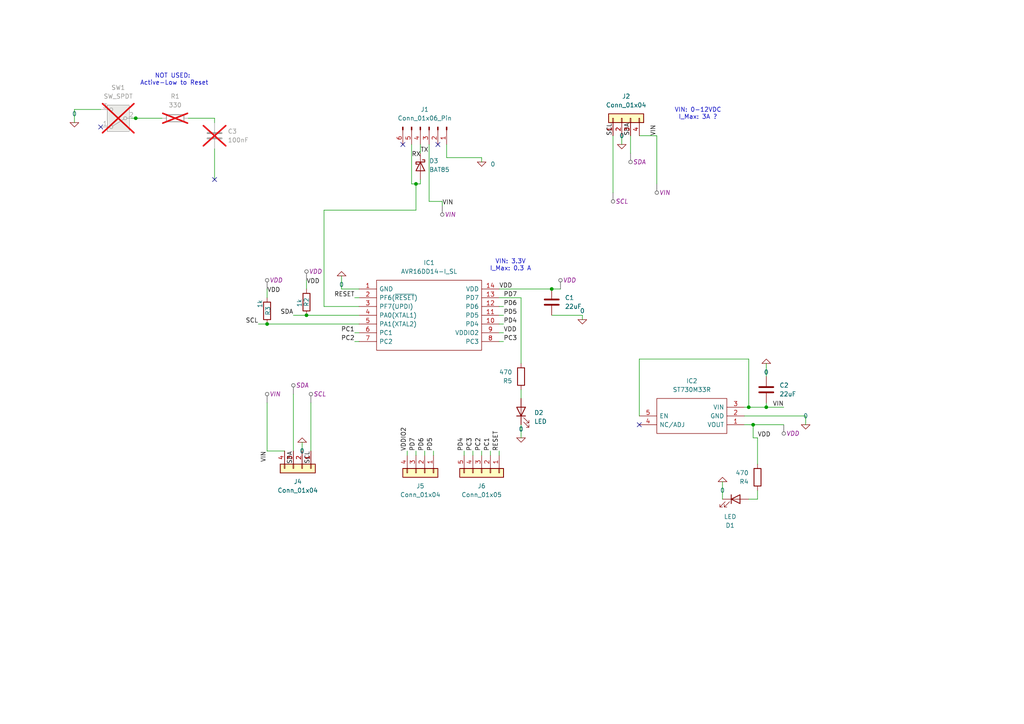
<source format=kicad_sch>
(kicad_sch (version 20231120) (generator "eeschema") (generator_version "8.0")
  (paper "A4")
  (title_block (title "AVR16DD14 DEVELOPMENT BOARD") (date "2024-03-21") (rev "REV.IR") (company "ROADRUNNER DYNAMICS"))
  (lib_symbols
    (symbol "Connector:Conn_01x06_Pin" (pin_names (offset 1.016) hide)
      (property "Reference" "J" (at 0 7.62 0))
      (property "Value" "Conn_01x06_Pin" (at 0 -10.16 0))
      (symbol "Conn_01x06_Pin_1_1"
        (polyline (pts (xy 1.27 -7.62) (xy 0.8636 -7.62)) (stroke (width 0.1524)))
        (polyline (pts (xy 1.27 -5.08) (xy 0.8636 -5.08)) (stroke (width 0.1524)))
        (polyline (pts (xy 1.27 -2.54) (xy 0.8636 -2.54)) (stroke (width 0.1524)))
        (polyline (pts (xy 1.27 0) (xy 0.8636 0)) (stroke (width 0.1524)))
        (polyline (pts (xy 1.27 2.54) (xy 0.8636 2.54)) (stroke (width 0.1524)))
        (polyline (pts (xy 1.27 5.08) (xy 0.8636 5.08)) (stroke (width 0.1524)))
        (rectangle (start 0.8636 -7.493) (end 0 -7.747) (stroke (width 0.1524)) (fill (type outline)))
        (rectangle (start 0.8636 -4.953) (end 0 -5.207) (stroke (width 0.1524)) (fill (type outline)))
        (rectangle (start 0.8636 -2.413) (end 0 -2.667) (stroke (width 0.1524)) (fill (type outline)))
        (rectangle (start 0.8636 0.127) (end 0 -0.127) (stroke (width 0.1524)) (fill (type outline)))
        (rectangle (start 0.8636 2.667) (end 0 2.413) (stroke (width 0.1524)) (fill (type outline)))
        (rectangle (start 0.8636 5.207) (end 0 4.953) (stroke (width 0.1524)) (fill (type outline)))
        (pin passive line (at 5.08 5.08 180) (length 3.81) (name "Pin_1") (number "1"))
        (pin passive line (at 5.08 2.54 180) (length 3.81) (name "Pin_2") (number "2"))
        (pin passive line (at 5.08 0 180) (length 3.81) (name "Pin_3") (number "3"))
        (pin passive line (at 5.08 -2.54 180) (length 3.81) (name "Pin_4") (number "4"))
        (pin passive line (at 5.08 -5.08 180) (length 3.81) (name "Pin_5") (number "5"))
        (pin passive line (at 5.08 -7.62 180) (length 3.81) (name "Pin_6") (number "6"))
      )
    )
    (symbol "Connector_Generic:Conn_01x04" (pin_names (offset 1.016) hide)
      (property "Reference" "J" (at 0 5.08 0))
      (property "Value" "Conn_01x04" (at 0 -7.62 0))
      (symbol "Conn_01x04_1_1"
        (rectangle (start -1.27 -4.953) (end 0 -5.207) (stroke (width 0.1524)))
        (rectangle (start -1.27 -2.413) (end 0 -2.667) (stroke (width 0.1524)))
        (rectangle (start -1.27 0.127) (end 0 -0.127) (stroke (width 0.1524)))
        (rectangle (start -1.27 2.667) (end 0 2.413) (stroke (width 0.1524)))
        (rectangle (start -1.27 3.81) (end 1.27 -6.35) (stroke (width 0.254)) (fill (type background)))
        (pin passive line (at -5.08 2.54 0) (length 3.81) (name "Pin_1") (number "1"))
        (pin passive line (at -5.08 0 0) (length 3.81) (name "Pin_2") (number "2"))
        (pin passive line (at -5.08 -2.54 0) (length 3.81) (name "Pin_3") (number "3"))
        (pin passive line (at -5.08 -5.08 0) (length 3.81) (name "Pin_4") (number "4"))
      )
    )
    (symbol "Connector_Generic:Conn_01x05" (pin_names (offset 1.016) hide)
      (property "Reference" "J" (at 0 7.62 0))
      (property "Value" "Conn_01x05" (at 0 -7.62 0))
      (symbol "Conn_01x05_1_1"
        (rectangle (start -1.27 -4.953) (end 0 -5.207) (stroke (width 0.1524)))
        (rectangle (start -1.27 -2.413) (end 0 -2.667) (stroke (width 0.1524)))
        (rectangle (start -1.27 0.127) (end 0 -0.127) (stroke (width 0.1524)))
        (rectangle (start -1.27 2.667) (end 0 2.413) (stroke (width 0.1524)))
        (rectangle (start -1.27 5.207) (end 0 4.953) (stroke (width 0.1524)))
        (rectangle (start -1.27 6.35) (end 1.27 -6.35) (stroke (width 0.254)) (fill (type background)))
        (pin passive line (at -5.08 5.08 0) (length 3.81) (name "Pin_1") (number "1"))
        (pin passive line (at -5.08 2.54 0) (length 3.81) (name "Pin_2") (number "2"))
        (pin passive line (at -5.08 0 0) (length 3.81) (name "Pin_3") (number "3"))
        (pin passive line (at -5.08 -2.54 0) (length 3.81) (name "Pin_4") (number "4"))
        (pin passive line (at -5.08 -5.08 0) (length 3.81) (name "Pin_5") (number "5"))
      )
    )
    (symbol "Device:C" (pin_numbers hide) (pin_names (offset 0.254))
      (property "Reference" "C" (at 0.635 2.54 0))
      (property "Value" "C" (at 0.635 -2.54 0))
      (symbol "C_0_1"
        (polyline (pts (xy -2.032 -0.762) (xy 2.032 -0.762)) (stroke (width 0.508)))
        (polyline (pts (xy -2.032 0.762) (xy 2.032 0.762)) (stroke (width 0.508)))
      )
      (symbol "C_1_1"
        (pin passive line (at 0 3.81 270) (length 2.794) (name "~") (number "1"))
        (pin passive line (at 0 -3.81 90) (length 2.794) (name "~") (number "2"))
      )
    )
    (symbol "Device:LED" (pin_numbers hide) (pin_names (offset 1.016) hide)
      (property "Reference" "D" (at 0 2.54 0))
      (property "Value" "LED" (at 0 -2.54 0))
      (symbol "LED_0_1"
        (polyline (pts (xy -1.27 -1.27) (xy -1.27 1.27)) (stroke (width 0.254)))
        (polyline (pts (xy -1.27 0) (xy 1.27 0)))
        (polyline (pts (xy 1.27 -1.27) (xy 1.27 1.27) (xy -1.27 0) (xy 1.27 -1.27)) (stroke (width 0.254)))
        (polyline (pts (xy -3.048 -0.762) (xy -4.572 -2.286) (xy -3.81 -2.286) (xy -4.572 -2.286) (xy -4.572 -1.524)))
        (polyline (pts (xy -1.778 -0.762) (xy -3.302 -2.286) (xy -2.54 -2.286) (xy -3.302 -2.286) (xy -3.302 -1.524)))
      )
      (symbol "LED_1_1"
        (pin passive line (at -3.81 0 0) (length 2.54) (name "K") (number "1"))
        (pin passive line (at 3.81 0 180) (length 2.54) (name "A") (number "2"))
      )
    )
    (symbol "Device:R" (pin_numbers hide) (pin_names (offset 0))
      (property "Reference" "R" (at 2.032 0 90))
      (property "Value" "R" (at 0 0 90))
      (symbol "R_0_1"
        (rectangle (start -1.016 -2.54) (end 1.016 2.54) (stroke (width 0.254)))
      )
      (symbol "R_1_1"
        (pin passive line (at 0 3.81 270) (length 1.27) (name "~") (number "1"))
        (pin passive line (at 0 -3.81 90) (length 1.27) (name "~") (number "2"))
      )
    )
    (symbol "Diode:BAT85" (pin_numbers hide) (pin_names (offset 1.016) hide)
      (property "Reference" "D" (at 0 2.54 0))
      (property "Value" "BAT85" (at 0 -2.54 0))
      (symbol "BAT85_0_1"
        (polyline (pts (xy 1.27 0) (xy -1.27 0)))
        (polyline (pts (xy 1.27 1.27) (xy 1.27 -1.27) (xy -1.27 0) (xy 1.27 1.27)) (stroke (width 0.254)))
        (polyline (pts (xy -1.905 0.635) (xy -1.905 1.27) (xy -1.27 1.27) (xy -1.27 -1.27) (xy -0.635 -1.27) (xy -0.635 -0.635)) (stroke (width 0.254)))
      )
      (symbol "BAT85_1_1"
        (pin passive line (at -3.81 0 0) (length 2.54) (name "K") (number "1"))
        (pin passive line (at 3.81 0 180) (length 2.54) (name "A") (number "2"))
      )
    )
    (symbol "Simulation_SPICE:0" (power) (pin_names (offset 0))
      (property "Value" "0" (at 0 -1.778 0))
      (symbol "0_0_1"
        (polyline (pts (xy -1.27 0) (xy 0 -1.27) (xy 1.27 0) (xy -1.27 0)))
      )
      (symbol "0_1_1"
        (pin power_in line (at 0 0 0) (length 0) hide (name "0") (number "1"))
      )
    )
    (symbol "Switch:SW_SPDT" (pin_names (offset 0) hide)
      (property "Reference" "SW" (at 0 5.08 0))
      (property "Value" "SW_SPDT" (at 0 -5.08 0))
      (symbol "SW_SPDT_0_1"
        (circle (center -2.032 0) (radius 0.4572))
        (polyline (pts (xy -1.651 0.254) (xy 1.651 2.286)))
        (circle (center 2.032 -2.54) (radius 0.4572))
        (circle (center 2.032 2.54) (radius 0.4572))
      )
      (symbol "SW_SPDT_1_1"
        (rectangle (start -3.175 3.81) (end 3.175 -3.81) (fill (type background)))
        (pin passive line (at 5.08 2.54 180) (length 2.54) (name "A") (number "1"))
        (pin passive line (at -5.08 0 0) (length 2.54) (name "B") (number "2"))
        (pin passive line (at 5.08 -2.54 180) (length 2.54) (name "C") (number "3"))
      )
    )
    (symbol "lib_components:AVR16DD14-I_SL" (pin_names (offset 0.762))
      (property "Reference" "IC" (at 36.83 7.62 0))
      (property "Value" "AVR16DD14-I_SL" (at 36.83 5.08 0))
      (symbol "AVR16DD14-I_SL_0_0"
        (pin passive line (at 0 0 0) (length 5.08) (name "GND") (number "1"))
        (pin passive line (at 40.64 -10.16 180) (length 5.08) (name "PD4") (number "10"))
        (pin passive line (at 40.64 -7.62 180) (length 5.08) (name "PD5") (number "11"))
        (pin passive line (at 40.64 -5.08 180) (length 5.08) (name "PD6") (number "12"))
        (pin passive line (at 40.64 -2.54 180) (length 5.08) (name "PD7") (number "13"))
        (pin passive line (at 40.64 0 180) (length 5.08) (name "VDD") (number "14"))
        (pin passive line (at 0 -2.54 0) (length 5.08) (name "PF6(~{RESET})") (number "2"))
        (pin passive line (at 0 -5.08 0) (length 5.08) (name "PF7(UPDI)") (number "3"))
        (pin passive line (at 0 -7.62 0) (length 5.08) (name "PA0(XTAL1)") (number "4"))
        (pin passive line (at 0 -10.16 0) (length 5.08) (name "PA1(XTAL2)") (number "5"))
        (pin passive line (at 0 -12.7 0) (length 5.08) (name "PC1") (number "6"))
        (pin passive line (at 0 -15.24 0) (length 5.08) (name "PC2") (number "7"))
        (pin passive line (at 40.64 -15.24 180) (length 5.08) (name "PC3") (number "8"))
        (pin passive line (at 40.64 -12.7 180) (length 5.08) (name "VDDIO2") (number "9"))
      )
      (symbol "AVR16DD14-I_SL_0_1"
        (polyline (pts (xy 5.08 2.54) (xy 35.56 2.54) (xy 35.56 -17.78) (xy 5.08 -17.78) (xy 5.08 2.54)) (stroke (width 0.1524)))
      )
    )
    (symbol "lib_components:ST730M33R" (pin_names (offset 0.762))
      (property "Reference" "IC" (at 26.67 7.62 0))
      (property "Value" "ST730M33R" (at 26.67 5.08 0))
      (symbol "ST730M33R_0_0"
        (pin passive line (at 0 0 0) (length 5.08) (name "VOUT") (number "1"))
        (pin passive line (at 0 -2.54 0) (length 5.08) (name "GND") (number "2"))
        (pin passive line (at 0 -5.08 0) (length 5.08) (name "VIN") (number "3"))
        (pin passive line (at 30.48 0 180) (length 5.08) (name "NC/ADJ") (number "4"))
        (pin passive line (at 30.48 -2.54 180) (length 5.08) (name "EN") (number "5"))
      )
      (symbol "ST730M33R_0_1"
        (polyline (pts (xy 5.08 2.54) (xy 25.4 2.54) (xy 25.4 -7.62) (xy 5.08 -7.62) (xy 5.08 2.54)) (stroke (width 0.1524)))
      )
    )
  )
  (junction (at 77.47 93.98))
  (junction (at 218.44 123.19))
  (junction (at 160.02 83.82))
  (junction (at 88.9 91.44))
  (junction (at 39.37 34.29))
  (junction (at 120.65 53.34))
  (junction (at 217.17 118.11))
  (junction (at 222.25 118.11))
  (no_connect (at 185.42 123.19))
  (no_connect (at 29.21 36.83))
  (no_connect (at 62.23 52.07))
  (no_connect (at 116.84 41.91))
  (no_connect (at 127 41.91))
  (wire (pts (xy 185.42 104.14) (xy 217.17 104.14)))
  (wire (pts (xy 88.9 81.28) (xy 88.9 83.82)))
  (wire (pts (xy 87.63 130.81) (xy 87.63 128.27)))
  (wire (pts (xy 146.05 99.06) (xy 144.78 99.06)))
  (wire (pts (xy 168.91 91.44) (xy 168.91 92.71)))
  (wire (pts (xy 144.78 83.82) (xy 160.02 83.82)))
  (wire (pts (xy 39.37 34.29) (xy 46.99 34.29)))
  (wire (pts (xy 124.46 58.42) (xy 124.46 41.91)))
  (wire (pts (xy 134.62 130.81) (xy 134.62 132.08)))
  (wire (pts (xy 180.34 39.37) (xy 180.34 41.91)))
  (wire (pts (xy 85.09 114.3) (xy 85.09 130.81)))
  (wire (pts (xy 119.38 41.91) (xy 119.38 53.34)))
  (wire (pts (xy 190.5 39.37) (xy 185.42 39.37)))
  (wire (pts (xy 219.71 134.62) (xy 219.71 127)))
  (wire (pts (xy 219.71 127) (xy 218.44 127)))
  (wire (pts (xy 120.65 130.81) (xy 120.65 132.08)))
  (wire (pts (xy 144.78 130.81) (xy 144.78 132.08)))
  (wire (pts (xy 121.92 52.07) (xy 121.92 53.34)))
  (wire (pts (xy 77.47 116.84) (xy 77.47 130.81)))
  (wire (pts (xy 99.06 80.01) (xy 99.06 83.82)))
  (wire (pts (xy 218.44 123.19) (xy 227.33 123.19)))
  (wire (pts (xy 177.8 39.37) (xy 177.8 55.88)))
  (wire (pts (xy 151.13 86.36) (xy 151.13 105.41)))
  (wire (pts (xy 222.25 116.84) (xy 222.25 118.11)))
  (wire (pts (xy 21.59 31.75) (xy 21.59 35.56)))
  (wire (pts (xy 190.5 39.37) (xy 190.5 53.34)))
  (wire (pts (xy 128.27 58.42) (xy 124.46 58.42)))
  (wire (pts (xy 222.25 118.11) (xy 227.33 118.11)))
  (wire (pts (xy 146.05 93.98) (xy 144.78 93.98)))
  (wire (pts (xy 77.47 83.82) (xy 77.47 86.36)))
  (wire (pts (xy 93.98 60.96) (xy 120.65 60.96)))
  (wire (pts (xy 137.16 130.81) (xy 137.16 132.08)))
  (wire (pts (xy 233.68 120.65) (xy 233.68 123.19)))
  (wire (pts (xy 85.09 91.44) (xy 88.9 91.44)))
  (wire (pts (xy 151.13 123.19) (xy 151.13 127)))
  (wire (pts (xy 90.17 116.84) (xy 90.17 130.81)))
  (wire (pts (xy 129.54 45.72) (xy 139.7 45.72)))
  (wire (pts (xy 120.65 60.96) (xy 120.65 53.34)))
  (wire (pts (xy 102.87 96.52) (xy 104.14 96.52)))
  (wire (pts (xy 102.87 99.06) (xy 104.14 99.06)))
  (wire (pts (xy 123.19 130.81) (xy 123.19 132.08)))
  (wire (pts (xy 215.9 120.65) (xy 233.68 120.65)))
  (wire (pts (xy 218.44 127) (xy 218.44 123.19)))
  (wire (pts (xy 160.02 83.82) (xy 162.56 83.82)))
  (wire (pts (xy 121.92 44.45) (xy 121.92 41.91)))
  (wire (pts (xy 77.47 93.98) (xy 104.14 93.98)))
  (wire (pts (xy 160.02 91.44) (xy 168.91 91.44)))
  (wire (pts (xy 182.88 39.37) (xy 182.88 44.45)))
  (wire (pts (xy 102.87 86.36) (xy 104.14 86.36)))
  (wire (pts (xy 151.13 113.03) (xy 151.13 115.57)))
  (wire (pts (xy 129.54 41.91) (xy 129.54 45.72)))
  (wire (pts (xy 215.9 123.19) (xy 218.44 123.19)))
  (wire (pts (xy 125.73 130.81) (xy 125.73 132.08)))
  (wire (pts (xy 38.1 34.29) (xy 39.37 34.29)))
  (wire (pts (xy 185.42 120.65) (xy 185.42 104.14)))
  (wire (pts (xy 93.98 88.9) (xy 93.98 60.96)))
  (wire (pts (xy 104.14 88.9) (xy 93.98 88.9)))
  (wire (pts (xy 121.92 53.34) (xy 120.65 53.34)))
  (wire (pts (xy 128.27 58.42) (xy 128.27 59.69)))
  (wire (pts (xy 146.05 88.9) (xy 144.78 88.9)))
  (wire (pts (xy 62.23 43.18) (xy 62.23 52.07)))
  (wire (pts (xy 151.13 86.36) (xy 144.78 86.36)))
  (wire (pts (xy 74.93 93.98) (xy 77.47 93.98)))
  (wire (pts (xy 88.9 91.44) (xy 104.14 91.44)))
  (wire (pts (xy 209.55 144.78) (xy 209.55 139.7)))
  (wire (pts (xy 139.7 130.81) (xy 139.7 132.08)))
  (wire (pts (xy 77.47 130.81) (xy 82.55 130.81)))
  (wire (pts (xy 219.71 144.78) (xy 217.17 144.78)))
  (wire (pts (xy 118.11 130.81) (xy 118.11 132.08)))
  (wire (pts (xy 142.24 130.81) (xy 142.24 132.08)))
  (wire (pts (xy 146.05 91.44) (xy 144.78 91.44)))
  (wire (pts (xy 217.17 104.14) (xy 217.17 118.11)))
  (wire (pts (xy 54.61 34.29) (xy 62.23 34.29)))
  (wire (pts (xy 222.25 109.22) (xy 222.25 105.41)))
  (wire (pts (xy 62.23 34.29) (xy 62.23 35.56)))
  (wire (pts (xy 120.65 53.34) (xy 119.38 53.34)))
  (wire (pts (xy 217.17 118.11) (xy 222.25 118.11)))
  (wire (pts (xy 219.71 142.24) (xy 219.71 144.78)))
  (wire (pts (xy 215.9 118.11) (xy 217.17 118.11)))
  (wire (pts (xy 104.14 83.82) (xy 99.06 83.82)))
  (wire (pts (xy 139.7 45.72) (xy 139.7 46.99)))
  (wire (pts (xy 29.21 31.75) (xy 21.59 31.75)))
  (wire (pts (xy 146.05 96.52) (xy 144.78 96.52)))
  (text "VIN: 0-12VDC\nI_Max: 3A ?" (at 202.438 33.02 0) (effects (font (size 1.27 1.27))))
  (text "VIN: 3.3V\nI_Max: 0.3 A\n" (at 148.082 76.962 0) (effects (font (size 1.27 1.27))))
  (text "NOT USED: \nActive-Low to Reset" (exclude_from_sim yes) (at 50.546 23.114 0) (effects (font (size 1.27 1.27))))
  (label "PD7" (at 120.65 130.81 90))
  (label "PD5" (at 146.05 91.44 0))
  (label "PD4" (at 146.05 93.98 0))
  (label "RESET" (at 144.78 130.81 90))
  (label "VIN" (at 190.5 39.37 90))
  (label "PD6" (at 123.19 130.81 90))
  (label "PC1" (at 142.24 130.81 90))
  (label "SDA" (at 85.09 91.44 180))
  (label "PD7" (at 146.05 86.36 0))
  (label "PC3" (at 137.16 130.81 90))
  (label "PC2" (at 102.87 99.06 180))
  (label "SCL" (at 90.17 130.81 270))
  (label "VDD" (at 219.71 127 0))
  (label "PD4" (at 134.62 130.81 90))
  (label "VIN" (at 128.27 59.69 0))
  (label "VDD" (at 77.47 85.09 0))
  (label "TX" (at 121.92 44.45 0))
  (label "VIN" (at 227.33 118.11 180))
  (label "SDA" (at 85.09 130.81 270))
  (label "VDDIO2" (at 118.11 130.81 90))
  (label "PC3" (at 146.05 99.06 0))
  (label "SCL" (at 74.93 93.98 180))
  (label "PD6" (at 146.05 88.9 0))
  (label "VDD" (at 144.78 83.82 0))
  (label "VDD" (at 88.9 82.55 0))
  (label "RESET" (at 102.87 86.36 180))
  (label "SDA" (at 182.88 39.37 90))
  (label "VDD" (at 146.05 96.52 0))
  (label "VIN" (at 77.47 130.81 270))
  (label "RX" (at 119.38 45.72 0))
  (label "SCL" (at 177.8 39.37 90))
  (label "PC1" (at 102.87 96.52 180))
  (label "PD5" (at 125.73 130.81 90))
  (label "PC2" (at 139.7 130.81 90))
  (netclass_flag "" (length 2.54) (shape round) (at 182.88 44.45 180) (property "Netclass" "SDA" (at 183.5785 46.99 0) (effects (font (italic yes)) (justify left))))
  (netclass_flag "" (length 2.54) (shape round) (at 77.47 83.82 0) (property "Netclass" "VDD" (at 78.1685 81.28 0) (effects (font (italic yes)) (justify left))))
  (netclass_flag "" (length 2.54) (shape round) (at 85.09 114.3 0) (property "Netclass" "SDA" (at 85.7885 111.76 0) (effects (font (italic yes)) (justify left))))
  (netclass_flag "" (length 2.54) (shape round) (at 177.8 55.88 180) (property "Netclass" "SCL" (at 178.4985 58.42 0) (effects (font (italic yes)) (justify left))))
  (netclass_flag "" (length 2.54) (shape round) (at 190.5 53.34 180) (property "Netclass" "VIN" (at 191.1985 55.88 0) (effects (font (italic yes)) (justify left))))
  (netclass_flag "" (length 2.54) (shape round) (at 227.33 123.19 180) (property "Netclass" "VDD" (at 228.0285 125.73 0) (effects (font (italic yes)) (justify left))))
  (netclass_flag "" (length 2.54) (shape round) (at 128.27 59.69 180) (property "Netclass" "VIN" (at 128.9685 62.23 0) (effects (font (italic yes)) (justify left))))
  (netclass_flag "" (length 2.54) (shape round) (at 77.47 116.84 0) (property "Netclass" "VIN" (at 78.1685 114.3 0) (effects (font (italic yes)) (justify left))))
  (netclass_flag "" (length 2.54) (shape round) (at 162.56 83.82 0) (property "Netclass" "VDD" (at 163.2585 81.28 0) (effects (font (italic yes)) (justify left))))
  (netclass_flag "" (length 2.54) (shape round) (at 88.9 81.28 0) (property "Netclass" "VDD" (at 89.5985 78.74 0) (effects (font (italic yes)) (justify left))))
  (netclass_flag "" (length 2.54) (shape round) (at 90.17 116.84 0) (property "Netclass" "SCL" (at 90.8685 114.3 0) (effects (font (italic yes)) (justify left))))
  (symbol (lib_id "Connector:Conn_01x06_Pin") (at 124.46 36.83 270) (unit 1)
    (property "Reference" "J1" (at 123.19 31.75 90))
    (property "Value" "Conn_01x06_Pin" (at 123.19 34.29 90))
    (property "Footprint" "Connector_PinHeader_2.54mm:PinHeader_1x06_P2.54mm_Horizontal" (effects (hide yes)))
    (property "Description" "Generic connector, single row, 01x06, script generated" (effects (hide yes)))
  )
  (symbol (lib_id "Simulation_SPICE:0") (at 222.25 105.41 180) (unit 1)
    (property "Reference" "#GND08" (effects (hide yes)))
    (property "Value" "0" (at 222.25 107.95 0))
    (property "Datasheet" "https://ngspice.sourceforge.io/docs/ngspice-html-manual/manual.xhtml#subsec_Circuit_elements__device" (effects (hide yes)))
    (property "Description" "0V reference potential for simulation" (effects (hide yes)))
  )
  (symbol (lib_id "Device:R") (at 88.9 87.63 180) (unit 1)
    (property "Reference" "R2" (at 88.9 87.63 90))
    (property "Value" "1k" (at 86.868 87.884 90))
    (property "Footprint" "Resistor_SMD:R_0805_2012Metric" (effects (hide yes)))
    (property "Description" "Resistor" (effects (hide yes)))
  )
  (symbol (lib_id "Simulation_SPICE:0") (at 87.63 128.27 180) (unit 1)
    (property "Reference" "#GND010" (effects (hide yes)))
    (property "Value" "0" (at 87.63 130.81 0))
    (property "Datasheet" "https://ngspice.sourceforge.io/docs/ngspice-html-manual/manual.xhtml#subsec_Circuit_elements__device" (effects (hide yes)))
    (property "Description" "0V reference potential for simulation" (effects (hide yes)))
  )
  (symbol (lib_id "Device:R") (at 77.47 90.17 180) (unit 1)
    (property "Reference" "R3" (at 77.724 90.17 90))
    (property "Value" "1k" (at 74.676 88.138 90) (effects (justify bottom)))
    (property "Footprint" "Resistor_SMD:R_0805_2012Metric" (effects (hide yes)))
    (property "Description" "Resistor" (effects (hide yes)))
  )
  (symbol (lib_id "Device:R") (at 50.8 34.29 90) (unit 1) (exclude_from_sim yes) (in_bom no) (on_board no) (dnp yes)
    (property "Reference" "R1" (at 50.8 27.94 90))
    (property "Value" "330" (at 50.8 30.48 90))
    (property "Description" "Resistor" (effects (hide yes)))
  )
  (symbol (lib_id "lib_components:AVR16DD14-I_SL") (at 104.14 83.82 0) (unit 1)
    (property "Reference" "IC1" (at 124.46 76.2 0))
    (property "Value" "AVR16DD14-I_SL" (at 124.46 78.74 0))
    (property "Footprint" "SOIC127P600X175-14N" (effects (hide yes)))
    (property "Datasheet" "https://ww1.microchip.com/downloads/aemDocuments/documents/MCU08/ProductDocuments/DataSheets/AVR32-16DD20-14-Prel-DataSheet-DS40002413.pdf" (effects (hide yes)))
    (property "Description" "8-bit Microcontrollers - MCU 16KB, 2KB RAM, 14p, 24MHz, MVIO, 12b ADC, ZCD, DAC, 2xUART, SPI, TWI" (effects (hide yes)))
    (property "Height" "1.75" (effects (hide yes)))
    (property "Mouser Part Number" "579-AVR16DD14-I/SL" (effects (hide yes)))
    (property "Mouser Price/Stock" "https://www.mouser.co.uk/ProductDetail/Microchip-Technology/AVR16DD14-I-SL?qs=tlsG%2FOw5FFiobeSgO%252B6sog%3D%3D" (effects (hide yes)))
    (property "Manufacturer_Name" "Microchip" (effects (hide yes)))
    (property "Manufacturer_Part_Number" "AVR16DD14-I/SL" (effects (hide yes)))
  )
  (symbol (lib_id "Connector_Generic:Conn_01x04") (at 87.63 135.89 270) (unit 1)
    (property "Reference" "J4" (at 86.36 139.7 90))
    (property "Value" "Conn_01x04" (at 86.36 142.24 90))
    (property "Footprint" "Connector_PinHeader_2.54mm:PinHeader_1x04_P2.54mm_Vertical" (effects (hide yes)))
    (property "Description" "Generic connector, single row, 01x04, script generated (kicad-library-utils/schlib/autogen/connector/)" (effects (hide yes)))
  )
  (symbol (lib_id "Simulation_SPICE:0") (at 209.55 139.7 180) (unit 1)
    (property "Reference" "#GND09" (effects (hide yes)))
    (property "Value" "0" (at 209.55 142.24 0))
    (property "Datasheet" "https://ngspice.sourceforge.io/docs/ngspice-html-manual/manual.xhtml#subsec_Circuit_elements__device" (effects (hide yes)))
    (property "Description" "0V reference potential for simulation" (effects (hide yes)))
  )
  (symbol (lib_id "Device:R") (at 219.71 138.43 180) (unit 1)
    (property "Reference" "R4" (at 217.17 139.7001 0) (effects (justify left)))
    (property "Value" "470" (at 217.17 137.1601 0) (effects (justify left)))
    (property "Footprint" "Resistor_SMD:R_0805_2012Metric" (effects (hide yes)))
    (property "Description" "Resistor" (effects (hide yes)))
  )
  (symbol (lib_id "Simulation_SPICE:0") (at 233.68 123.19 0) (unit 1)
    (property "Reference" "#GND06" (effects (hide yes)))
    (property "Value" "0" (at 233.68 120.65 0))
    (property "Datasheet" "https://ngspice.sourceforge.io/docs/ngspice-html-manual/manual.xhtml#subsec_Circuit_elements__device" (effects (hide yes)))
    (property "Description" "0V reference potential for simulation" (effects (hide yes)))
  )
  (symbol (lib_id "Device:LED") (at 151.13 119.38 90) (unit 1)
    (property "Reference" "D2" (at 154.94 119.6974 90) (effects (justify right)))
    (property "Value" "LED" (at 154.94 122.2374 90) (effects (justify right)))
    (property "Footprint" "LED_SMD:LED_0805_2012Metric" (effects (hide yes)))
    (property "Description" "Light emitting diode" (effects (hide yes)))
  )
  (symbol (lib_id "Simulation_SPICE:0") (at 21.59 35.56 0) (unit 1)
    (property "Reference" "#GND04" (effects (hide yes)))
    (property "Value" "0" (at 21.59 33.02 0))
    (property "Datasheet" "https://ngspice.sourceforge.io/docs/ngspice-html-manual/manual.xhtml#subsec_Circuit_elements__device" (effects (hide yes)))
    (property "Description" "0V reference potential for simulation" (effects (hide yes)))
  )
  (symbol (lib_id "Simulation_SPICE:0") (at 99.06 80.01 180) (unit 1)
    (property "Reference" "#GND01" (effects (hide yes)))
    (property "Value" "0" (at 99.06 82.55 0))
    (property "Datasheet" "https://ngspice.sourceforge.io/docs/ngspice-html-manual/manual.xhtml#subsec_Circuit_elements__device" (effects (hide yes)))
  )
  (symbol (lib_id "Switch:SW_SPDT") (at 34.29 34.29 180) (unit 1) (exclude_from_sim yes) (in_bom no) (on_board no) (dnp yes)
    (property "Reference" "SW1" (at 34.29 25.4 0))
    (property "Value" "SW_SPDT" (at 34.29 27.94 0))
    (property "Description" "Switch, single pole double throw" (effects (hide yes)))
  )
  (symbol (lib_id "Device:C") (at 160.02 87.63 180) (unit 1)
    (property "Reference" "C1" (at 163.83 86.3599 0) (effects (justify right)))
    (property "Value" "22uF" (at 163.83 88.8999 0) (effects (justify right)))
    (property "Footprint" "Capacitor_SMD:C_0805_2012Metric" (effects (hide yes)))
    (property "Description" "Unpolarized capacitor" (effects (hide yes)))
  )
  (symbol (lib_id "Device:R") (at 151.13 109.22 180) (unit 1)
    (property "Reference" "R5" (at 148.59 110.4901 0) (effects (justify left)))
    (property "Value" "470" (at 148.59 107.9501 0) (effects (justify left)))
    (property "Footprint" "Resistor_SMD:R_0805_2012Metric" (effects (hide yes)))
    (property "Description" "Resistor" (effects (hide yes)))
  )
  (symbol (lib_id "Simulation_SPICE:0") (at 180.34 41.91 0) (unit 1)
    (property "Reference" "#GND05" (effects (hide yes)))
    (property "Value" "0" (at 180.34 39.37 0))
    (property "Datasheet" "https://ngspice.sourceforge.io/docs/ngspice-html-manual/manual.xhtml#subsec_Circuit_elements__device" (effects (hide yes)))
    (property "Description" "0V reference potential for simulation" (effects (hide yes)))
  )
  (symbol (lib_id "Connector_Generic:Conn_01x04") (at 123.19 137.16 270) (unit 1)
    (property "Reference" "J5" (at 121.92 140.97 90))
    (property "Value" "Conn_01x04" (at 121.92 143.51 90))
    (property "Footprint" "Connector_PinHeader_2.54mm:PinHeader_1x04_P2.54mm_Vertical" (effects (hide yes)))
    (property "Description" "Generic connector, single row, 01x04, script generated (kicad-library-utils/schlib/autogen/connector/)" (effects (hide yes)))
  )
  (symbol (lib_id "Connector_Generic:Conn_01x05") (at 139.7 137.16 270) (unit 1)
    (property "Reference" "J6" (at 139.7 140.97 90))
    (property "Value" "Conn_01x05" (at 139.7 143.51 90))
    (property "Footprint" "Connector_PinHeader_2.54mm:PinHeader_1x05_P2.54mm_Vertical" (effects (hide yes)))
    (property "Description" "Generic connector, single row, 01x05, script generated (kicad-library-utils/schlib/autogen/connector/)" (effects (hide yes)))
  )
  (symbol (lib_id "Simulation_SPICE:0") (at 168.91 92.71 0) (unit 1)
    (property "Reference" "#GND03" (effects (hide yes)))
    (property "Value" "0" (at 168.91 90.17 0))
    (property "Datasheet" "https://ngspice.sourceforge.io/docs/ngspice-html-manual/manual.xhtml#subsec_Circuit_elements__device" (effects (hide yes)))
    (property "Description" "0V reference potential for simulation" (effects (hide yes)))
  )
  (symbol (lib_id "Device:C") (at 62.23 39.37 0) (unit 1) (exclude_from_sim yes) (in_bom no) (on_board no) (dnp yes)
    (property "Reference" "C3" (at 66.04 38.0999 0) (effects (justify left)))
    (property "Value" "100nF" (at 66.04 40.6399 0) (effects (justify left)))
    (property "Description" "Unpolarized capacitor" (effects (hide yes)))
  )
  (symbol (lib_id "lib_components:ST730M33R") (at 215.9 123.19 180) (unit 1)
    (property "Reference" "IC2" (at 200.66 110.49 0))
    (property "Value" "ST730M33R" (at 200.66 113.03 0))
    (property "Footprint" "SOT95P280X145-5N" (effects (hide yes)))
    (property "Datasheet" "https://www.mouser.at/datasheet/2/389/st730-1621297.pdf" (effects (hide yes)))
    (property "Description" "LDO Voltage Regulators 300 mA 28 V 5 uA quiescent current" (effects (hide yes)))
    (property "Height" "1.45" (effects (hide yes)))
    (property "Mouser Part Number" "511-ST730M33R" (effects (hide yes)))
    (property "Mouser Price/Stock" "https://www.mouser.co.uk/ProductDetail/STMicroelectronics/ST730M33R?qs=GedFDFLaBXHUqSNzaYM2bg%3D%3D" (effects (hide yes)))
    (property "Manufacturer_Name" "STMicroelectronics" (effects (hide yes)))
    (property "Manufacturer_Part_Number" "ST730M33R" (effects (hide yes)))
  )
  (symbol (lib_id "Device:LED") (at 213.36 144.78 0) (unit 1)
    (property "Reference" "D1" (at 211.7725 152.4 0))
    (property "Value" "LED" (at 211.7725 149.86 0))
    (property "Footprint" "LED_SMD:LED_0805_2012Metric" (effects (hide yes)))
    (property "Description" "Light emitting diode" (effects (hide yes)))
  )
  (symbol (lib_id "Device:C") (at 222.25 113.03 0) (unit 1)
    (property "Reference" "C2" (at 226.06 111.7599 0) (effects (justify left)))
    (property "Value" "22uF" (at 226.06 114.2999 0) (effects (justify left)))
    (property "Footprint" "Capacitor_SMD:C_0805_2012Metric" (effects (hide yes)))
    (property "Description" "Unpolarized capacitor" (effects (hide yes)))
  )
  (symbol (lib_id "Connector_Generic:Conn_01x04") (at 180.34 34.29 90) (unit 1)
    (property "Reference" "J2" (at 181.61 27.94 90))
    (property "Value" "Conn_01x04" (at 181.61 30.48 90))
    (property "Footprint" "Connector_PinHeader_2.54mm:PinHeader_1x04_P2.54mm_Vertical" (effects (hide yes)))
    (property "Description" "Generic connector, single row, 01x04, script generated (kicad-library-utils/schlib/autogen/connector/)" (effects (hide yes)))
  )
  (symbol (lib_id "Diode:BAT85") (at 121.92 48.26 270) (unit 1)
    (property "Reference" "D3" (at 124.46 46.6724 90) (effects (justify left)))
    (property "Value" "BAT85" (at 124.46 49.2124 90) (effects (justify left)))
    (property "Footprint" "Diode_THT:D_DO-35_SOD27_P7.62mm_Horizontal" (effects (hide yes)))
    (property "Datasheet" "https://assets.nexperia.com/documents/data-sheet/BAT85.pdf" (effects (hide yes)))
    (property "Description" "30V 0.2A Schottky barrier single diode, DO-35" (effects (hide yes)))
  )
  (symbol (lib_id "Simulation_SPICE:0") (at 151.13 127 0) (unit 1)
    (property "Reference" "#GND07" (effects (hide yes)))
    (property "Value" "0" (at 151.13 124.46 0))
    (property "Datasheet" "https://ngspice.sourceforge.io/docs/ngspice-html-manual/manual.xhtml#subsec_Circuit_elements__device" (effects (hide yes)))
    (property "Description" "0V reference potential for simulation" (effects (hide yes)))
  )
  (symbol (lib_id "Simulation_SPICE:0") (at 139.7 46.99 0) (unit 1)
    (property "Reference" "#GND02" (effects (hide yes)))
    (property "Value" "0" (at 142.24 47.6249 0) (effects (justify left)))
    (property "Datasheet" "https://ngspice.sourceforge.io/docs/ngspice-html-manual/manual.xhtml#subsec_Circuit_elements__device" (effects (hide yes)))
    (property "Description" "0V reference potential for simulation" (effects (hide yes)))
  )
)
</source>
